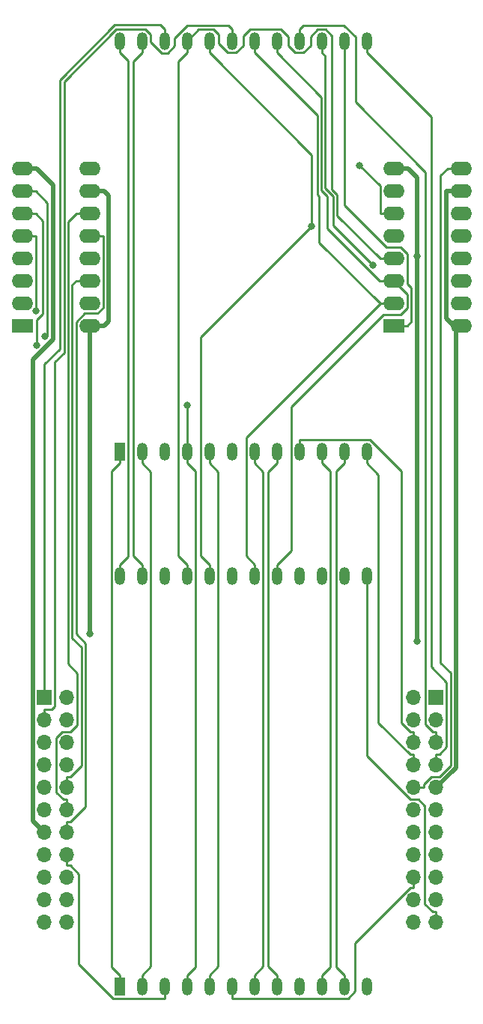
<source format=gbr>
%TF.GenerationSoftware,KiCad,Pcbnew,7.0.1*%
%TF.CreationDate,2023-03-17T17:08:37-04:00*%
%TF.ProjectId,ticker,7469636b-6572-42e6-9b69-6361645f7063,rev?*%
%TF.SameCoordinates,Original*%
%TF.FileFunction,Copper,L1,Top*%
%TF.FilePolarity,Positive*%
%FSLAX46Y46*%
G04 Gerber Fmt 4.6, Leading zero omitted, Abs format (unit mm)*
G04 Created by KiCad (PCBNEW 7.0.1) date 2023-03-17 17:08:37*
%MOMM*%
%LPD*%
G01*
G04 APERTURE LIST*
%TA.AperFunction,ComponentPad*%
%ADD10O,1.700000X1.700000*%
%TD*%
%TA.AperFunction,ComponentPad*%
%ADD11R,1.700000X1.700000*%
%TD*%
%TA.AperFunction,ComponentPad*%
%ADD12R,1.200000X2.000000*%
%TD*%
%TA.AperFunction,ComponentPad*%
%ADD13O,1.200000X2.000000*%
%TD*%
%TA.AperFunction,ComponentPad*%
%ADD14O,2.400000X1.600000*%
%TD*%
%TA.AperFunction,ComponentPad*%
%ADD15R,2.400000X1.600000*%
%TD*%
%TA.AperFunction,ViaPad*%
%ADD16C,0.800000*%
%TD*%
%TA.AperFunction,Conductor*%
%ADD17C,0.500000*%
%TD*%
%TA.AperFunction,Conductor*%
%ADD18C,0.250000*%
%TD*%
G04 APERTURE END LIST*
D10*
%TO.P,J2,22,Pin_22*%
%TO.N,Net-(J1-Pin_22)*%
X169260000Y-145400000D03*
%TO.P,J2,21,Pin_21*%
%TO.N,Net-(J1-Pin_21)*%
X171800000Y-145400000D03*
%TO.P,J2,20,Pin_20*%
%TO.N,Net-(J1-Pin_20)*%
X169260000Y-142860000D03*
%TO.P,J2,19,Pin_19*%
%TO.N,Net-(J1-Pin_19)*%
X171800000Y-142860000D03*
%TO.P,J2,18,Pin_18*%
%TO.N,Net-(J1-Pin_18)*%
X169260000Y-140320000D03*
%TO.P,J2,17,Pin_17*%
%TO.N,Net-(J1-Pin_17)*%
X171800000Y-140320000D03*
%TO.P,J2,16,Pin_16*%
%TO.N,Net-(J1-Pin_16)*%
X169260000Y-137780000D03*
%TO.P,J2,15,Pin_15*%
%TO.N,Net-(J1-Pin_15)*%
X171800000Y-137780000D03*
%TO.P,J2,14,Pin_14*%
%TO.N,Net-(J1-Pin_14)*%
X169260000Y-135240000D03*
%TO.P,J2,13,Pin_13*%
%TO.N,GND*%
X171800000Y-135240000D03*
%TO.P,J2,12,Pin_12*%
%TO.N,Net-(J1-Pin_12)*%
X169260000Y-132700000D03*
%TO.P,J2,11,Pin_11*%
%TO.N,unconnected-(J2-Pin_11-Pad11)*%
X171800000Y-132700000D03*
%TO.P,J2,10,Pin_10*%
%TO.N,Net-(J2-Pin_10)*%
X169260000Y-130160000D03*
%TO.P,J2,9,Pin_9*%
%TO.N,+3V3*%
X171800000Y-130160000D03*
%TO.P,J2,8,Pin_8*%
%TO.N,Net-(J1-Pin_8)*%
X169260000Y-127620000D03*
%TO.P,J2,7,Pin_7*%
%TO.N,Net-(J1-Pin_7)*%
X171800000Y-127620000D03*
%TO.P,J2,6,Pin_6*%
%TO.N,Net-(J1-Pin_6)*%
X169260000Y-125080000D03*
%TO.P,J2,5,Pin_5*%
%TO.N,Net-(J1-Pin_5)*%
X171800000Y-125080000D03*
%TO.P,J2,4,Pin_4*%
%TO.N,Net-(J1-Pin_4)*%
X169260000Y-122540000D03*
%TO.P,J2,3,Pin_3*%
%TO.N,Net-(J1-Pin_3)*%
X171800000Y-122540000D03*
%TO.P,J2,2,Pin_2*%
%TO.N,Net-(J1-Pin_2)*%
X169260000Y-120000000D03*
D11*
%TO.P,J2,1,Pin_1*%
%TO.N,Net-(J1-Pin_1)*%
X171800000Y-120000000D03*
%TD*%
%TO.P,J1,1,Pin_1*%
%TO.N,Net-(J1-Pin_1)*%
X127525000Y-120000000D03*
D10*
%TO.P,J1,2,Pin_2*%
%TO.N,Net-(J1-Pin_2)*%
X130065000Y-120000000D03*
%TO.P,J1,3,Pin_3*%
%TO.N,Net-(J1-Pin_3)*%
X127525000Y-122540000D03*
%TO.P,J1,4,Pin_4*%
%TO.N,Net-(J1-Pin_4)*%
X130065000Y-122540000D03*
%TO.P,J1,5,Pin_5*%
%TO.N,Net-(J1-Pin_5)*%
X127525000Y-125080000D03*
%TO.P,J1,6,Pin_6*%
%TO.N,Net-(J1-Pin_6)*%
X130065000Y-125080000D03*
%TO.P,J1,7,Pin_7*%
%TO.N,Net-(J1-Pin_7)*%
X127525000Y-127620000D03*
%TO.P,J1,8,Pin_8*%
%TO.N,Net-(J1-Pin_8)*%
X130065000Y-127620000D03*
%TO.P,J1,9,Pin_9*%
%TO.N,+3V3*%
X127525000Y-130160000D03*
%TO.P,J1,10,Pin_10*%
%TO.N,Net-(J1-Pin_10)*%
X130065000Y-130160000D03*
%TO.P,J1,11,Pin_11*%
%TO.N,unconnected-(J1-Pin_11-Pad11)*%
X127525000Y-132700000D03*
%TO.P,J1,12,Pin_12*%
%TO.N,Net-(J1-Pin_12)*%
X130065000Y-132700000D03*
%TO.P,J1,13,Pin_13*%
%TO.N,GND*%
X127525000Y-135240000D03*
%TO.P,J1,14,Pin_14*%
%TO.N,Net-(J1-Pin_14)*%
X130065000Y-135240000D03*
%TO.P,J1,15,Pin_15*%
%TO.N,Net-(J1-Pin_15)*%
X127525000Y-137780000D03*
%TO.P,J1,16,Pin_16*%
%TO.N,Net-(J1-Pin_16)*%
X130065000Y-137780000D03*
%TO.P,J1,17,Pin_17*%
%TO.N,Net-(J1-Pin_17)*%
X127525000Y-140320000D03*
%TO.P,J1,18,Pin_18*%
%TO.N,Net-(J1-Pin_18)*%
X130065000Y-140320000D03*
%TO.P,J1,19,Pin_19*%
%TO.N,Net-(J1-Pin_19)*%
X127525000Y-142860000D03*
%TO.P,J1,20,Pin_20*%
%TO.N,Net-(J1-Pin_20)*%
X130065000Y-142860000D03*
%TO.P,J1,21,Pin_21*%
%TO.N,Net-(J1-Pin_21)*%
X127525000Y-145400000D03*
%TO.P,J1,22,Pin_22*%
%TO.N,Net-(J1-Pin_22)*%
X130065000Y-145400000D03*
%TD*%
D12*
%TO.P,LED1,1*%
%TO.N,Net-(U1-QG)*%
X136030000Y-92200000D03*
D13*
%TO.P,LED1,2*%
%TO.N,Net-(U1-QH)*%
X138570000Y-92200000D03*
%TO.P,LED1,3*%
%TO.N,Net-(J1-Pin_2)*%
X141110000Y-92200000D03*
%TO.P,LED1,4*%
%TO.N,Net-(U1-QE)*%
X143650000Y-92200000D03*
%TO.P,LED1,5*%
%TO.N,Net-(U1-QF)*%
X146190000Y-92200000D03*
%TO.P,LED1,6*%
%TO.N,Net-(J1-Pin_4)*%
X148730000Y-92200000D03*
%TO.P,LED1,7*%
%TO.N,Net-(U1-QC)*%
X151270000Y-92200000D03*
%TO.P,LED1,8*%
%TO.N,Net-(U1-QD)*%
X153810000Y-92200000D03*
%TO.P,LED1,9*%
%TO.N,Net-(J1-Pin_6)*%
X156350000Y-92200000D03*
%TO.P,LED1,10*%
%TO.N,Net-(U1-QA)*%
X158890000Y-92200000D03*
%TO.P,LED1,11*%
%TO.N,Net-(U1-QB)*%
X161430000Y-92200000D03*
%TO.P,LED1,12*%
%TO.N,Net-(J1-Pin_8)*%
X163970000Y-92200000D03*
%TO.P,LED1,13*%
%TO.N,Net-(J1-Pin_7)*%
X163970000Y-45800000D03*
%TO.P,LED1,14*%
%TO.N,Net-(U2-QB)*%
X161430000Y-45800000D03*
%TO.P,LED1,15*%
%TO.N,Net-(U2-QA)*%
X158890000Y-45800000D03*
%TO.P,LED1,16*%
%TO.N,Net-(J1-Pin_5)*%
X156350000Y-45800000D03*
%TO.P,LED1,17*%
%TO.N,Net-(U2-QD)*%
X153810000Y-45800000D03*
%TO.P,LED1,18*%
%TO.N,Net-(U2-QC)*%
X151270000Y-45800000D03*
%TO.P,LED1,19*%
%TO.N,Net-(J1-Pin_3)*%
X148730000Y-45800000D03*
%TO.P,LED1,20*%
%TO.N,Net-(U2-QF)*%
X146190000Y-45800000D03*
%TO.P,LED1,21*%
%TO.N,Net-(U2-QE)*%
X143650000Y-45800000D03*
%TO.P,LED1,22*%
%TO.N,Net-(J1-Pin_1)*%
X141110000Y-45800000D03*
%TO.P,LED1,23*%
%TO.N,Net-(U2-QH)*%
X138570000Y-45800000D03*
%TO.P,LED1,24*%
%TO.N,Net-(U2-QG)*%
X136030000Y-45800000D03*
%TD*%
D12*
%TO.P,LED2,1*%
%TO.N,Net-(U1-QG)*%
X136030000Y-152700000D03*
D13*
%TO.P,LED2,2*%
%TO.N,Net-(U1-QH)*%
X138570000Y-152700000D03*
%TO.P,LED2,3*%
%TO.N,Net-(J1-Pin_16)*%
X141110000Y-152700000D03*
%TO.P,LED2,4*%
%TO.N,Net-(U1-QE)*%
X143650000Y-152700000D03*
%TO.P,LED2,5*%
%TO.N,Net-(U1-QF)*%
X146190000Y-152700000D03*
%TO.P,LED2,6*%
%TO.N,Net-(J1-Pin_18)*%
X148730000Y-152700000D03*
%TO.P,LED2,7*%
%TO.N,Net-(U1-QC)*%
X151270000Y-152700000D03*
%TO.P,LED2,8*%
%TO.N,Net-(U1-QD)*%
X153810000Y-152700000D03*
%TO.P,LED2,9*%
%TO.N,Net-(J1-Pin_20)*%
X156350000Y-152700000D03*
%TO.P,LED2,10*%
%TO.N,Net-(U1-QA)*%
X158890000Y-152700000D03*
%TO.P,LED2,11*%
%TO.N,Net-(U1-QB)*%
X161430000Y-152700000D03*
%TO.P,LED2,12*%
%TO.N,Net-(J1-Pin_22)*%
X163970000Y-152700000D03*
%TO.P,LED2,13*%
%TO.N,Net-(J1-Pin_21)*%
X163970000Y-106300000D03*
%TO.P,LED2,14*%
%TO.N,Net-(U2-QB)*%
X161430000Y-106300000D03*
%TO.P,LED2,15*%
%TO.N,Net-(U2-QA)*%
X158890000Y-106300000D03*
%TO.P,LED2,16*%
%TO.N,Net-(J1-Pin_19)*%
X156350000Y-106300000D03*
%TO.P,LED2,17*%
%TO.N,Net-(U2-QD)*%
X153810000Y-106300000D03*
%TO.P,LED2,18*%
%TO.N,Net-(U2-QC)*%
X151270000Y-106300000D03*
%TO.P,LED2,19*%
%TO.N,Net-(J1-Pin_17)*%
X148730000Y-106300000D03*
%TO.P,LED2,20*%
%TO.N,Net-(U2-QF)*%
X146190000Y-106300000D03*
%TO.P,LED2,21*%
%TO.N,Net-(U2-QE)*%
X143650000Y-106300000D03*
%TO.P,LED2,22*%
%TO.N,Net-(J1-Pin_15)*%
X141110000Y-106300000D03*
%TO.P,LED2,23*%
%TO.N,Net-(U2-QH)*%
X138570000Y-106300000D03*
%TO.P,LED2,24*%
%TO.N,Net-(U2-QG)*%
X136030000Y-106300000D03*
%TD*%
D14*
%TO.P,U1,16,VCC*%
%TO.N,+3V3*%
X132620000Y-78000000D03*
%TO.P,U1,15,QA*%
%TO.N,Net-(U1-QA)*%
X132620000Y-75460000D03*
%TO.P,U1,14,SER*%
%TO.N,Net-(J1-Pin_10)*%
X132620000Y-72920000D03*
%TO.P,U1,13,~{OE}*%
%TO.N,GND*%
X132620000Y-70380000D03*
%TO.P,U1,12,RCLK*%
%TO.N,Net-(J1-Pin_14)*%
X132620000Y-67840000D03*
%TO.P,U1,11,SRCLK*%
%TO.N,Net-(J1-Pin_12)*%
X132620000Y-65300000D03*
%TO.P,U1,10,~{SRCLR}*%
%TO.N,+3V3*%
X132620000Y-62760000D03*
%TO.P,U1,9,QH'*%
%TO.N,Net-(U1-QH')*%
X132620000Y-60220000D03*
%TO.P,U1,8,GND*%
%TO.N,GND*%
X125000000Y-60220000D03*
%TO.P,U1,7,QH*%
%TO.N,Net-(U1-QH)*%
X125000000Y-62760000D03*
%TO.P,U1,6,QG*%
%TO.N,Net-(U1-QG)*%
X125000000Y-65300000D03*
%TO.P,U1,5,QF*%
%TO.N,Net-(U1-QF)*%
X125000000Y-67840000D03*
%TO.P,U1,4,QE*%
%TO.N,Net-(U1-QE)*%
X125000000Y-70380000D03*
%TO.P,U1,3,QD*%
%TO.N,Net-(U1-QD)*%
X125000000Y-72920000D03*
%TO.P,U1,2,QC*%
%TO.N,Net-(U1-QC)*%
X125000000Y-75460000D03*
D15*
%TO.P,U1,1,QB*%
%TO.N,Net-(U1-QB)*%
X125000000Y-78000000D03*
%TD*%
D14*
%TO.P,U2,16,VCC*%
%TO.N,+3V3*%
X174620000Y-78000000D03*
%TO.P,U2,15,QA*%
%TO.N,Net-(U2-QA)*%
X174620000Y-75460000D03*
%TO.P,U2,14,SER*%
%TO.N,Net-(U1-QH')*%
X174620000Y-72920000D03*
%TO.P,U2,13,~{OE}*%
%TO.N,GND*%
X174620000Y-70380000D03*
%TO.P,U2,12,RCLK*%
%TO.N,Net-(J1-Pin_14)*%
X174620000Y-67840000D03*
%TO.P,U2,11,SRCLK*%
%TO.N,Net-(J1-Pin_12)*%
X174620000Y-65300000D03*
%TO.P,U2,10,~{SRCLR}*%
%TO.N,+3V3*%
X174620000Y-62760000D03*
%TO.P,U2,9,QH'*%
%TO.N,Net-(J2-Pin_10)*%
X174620000Y-60220000D03*
%TO.P,U2,8,GND*%
%TO.N,GND*%
X167000000Y-60220000D03*
%TO.P,U2,7,QH*%
%TO.N,Net-(U2-QH)*%
X167000000Y-62760000D03*
%TO.P,U2,6,QG*%
%TO.N,Net-(U2-QG)*%
X167000000Y-65300000D03*
%TO.P,U2,5,QF*%
%TO.N,Net-(U2-QF)*%
X167000000Y-67840000D03*
%TO.P,U2,4,QE*%
%TO.N,Net-(U2-QE)*%
X167000000Y-70380000D03*
%TO.P,U2,3,QD*%
%TO.N,Net-(U2-QD)*%
X167000000Y-72920000D03*
%TO.P,U2,2,QC*%
%TO.N,Net-(U2-QC)*%
X167000000Y-75460000D03*
D15*
%TO.P,U2,1,QB*%
%TO.N,Net-(U2-QB)*%
X167000000Y-78000000D03*
%TD*%
D16*
%TO.N,GND*%
X169638300Y-70147900D03*
X169638300Y-113653400D03*
%TO.N,+3V3*%
X132620000Y-112819400D03*
%TO.N,Net-(U2-QG)*%
X163167000Y-59839000D03*
%TO.N,Net-(U2-QF)*%
X157740000Y-66727100D03*
%TO.N,Net-(U2-QA)*%
X164628900Y-71105500D03*
%TO.N,Net-(U1-QF)*%
X126597400Y-76312900D03*
%TO.N,Net-(U1-QE)*%
X143650000Y-86967100D03*
%TO.N,Net-(U1-QH)*%
X127613000Y-79205900D03*
%TO.N,Net-(U1-QG)*%
X126640300Y-80171000D03*
%TD*%
D17*
%TO.N,GND*%
X167000000Y-60220000D02*
X168650100Y-60220000D01*
X125000000Y-60220000D02*
X126650100Y-60220000D01*
X128495900Y-62065800D02*
X126650100Y-60220000D01*
X128495900Y-79527500D02*
X128495900Y-62065800D01*
X126218600Y-81804800D02*
X128495900Y-79527500D01*
X126218600Y-133933600D02*
X126218600Y-81804800D01*
X127525000Y-135240000D02*
X126218600Y-133933600D01*
X169638300Y-61208200D02*
X169638300Y-70147900D01*
X168650100Y-60220000D02*
X169638300Y-61208200D01*
X169638300Y-70147900D02*
X169638300Y-113653400D01*
%TO.N,+3V3*%
X174620000Y-78000000D02*
X173795000Y-78000000D01*
X174620000Y-62760000D02*
X172969900Y-62760000D01*
X174019700Y-78224700D02*
X173795000Y-78000000D01*
X174019700Y-127940300D02*
X174019700Y-78224700D01*
X171800000Y-130160000D02*
X174019700Y-127940300D01*
X172969900Y-77174900D02*
X173795000Y-78000000D01*
X172969900Y-62760000D02*
X172969900Y-77174900D01*
X132620000Y-78000000D02*
X132620000Y-112819400D01*
X134754700Y-77515400D02*
X134270100Y-78000000D01*
X134754700Y-63244600D02*
X134754700Y-77515400D01*
X134270100Y-62760000D02*
X134754700Y-63244600D01*
X132620000Y-62760000D02*
X134270100Y-62760000D01*
X132620000Y-78000000D02*
X134270100Y-78000000D01*
D18*
%TO.N,Net-(J2-Pin_10)*%
X169260000Y-130160000D02*
X170435100Y-130160000D01*
X174620000Y-60220000D02*
X173094900Y-60220000D01*
X172317800Y-60997100D02*
X173094900Y-60220000D01*
X172317800Y-116058600D02*
X172317800Y-60997100D01*
X173444600Y-117185400D02*
X172317800Y-116058600D01*
X173444600Y-127701900D02*
X173444600Y-117185400D01*
X172161600Y-128984900D02*
X173444600Y-127701900D01*
X171242900Y-128984900D02*
X172161600Y-128984900D01*
X170435100Y-129792700D02*
X171242900Y-128984900D01*
X170435100Y-130160000D02*
X170435100Y-129792700D01*
%TO.N,Net-(J1-Pin_7)*%
X163970000Y-45800000D02*
X163970000Y-47125100D01*
X171800000Y-127620000D02*
X171800000Y-126444900D01*
X171235800Y-54390900D02*
X163970000Y-47125100D01*
X171235800Y-116508300D02*
X171235800Y-54390900D01*
X172994400Y-118266900D02*
X171235800Y-116508300D01*
X172994400Y-125615700D02*
X172994400Y-118266900D01*
X172165200Y-126444900D02*
X172994400Y-125615700D01*
X171800000Y-126444900D02*
X172165200Y-126444900D01*
%TO.N,Net-(J1-Pin_6)*%
X168894700Y-123904900D02*
X169260000Y-123904900D01*
X167895200Y-122905400D02*
X168894700Y-123904900D01*
X167895200Y-94413000D02*
X167895200Y-122905400D01*
X164357100Y-90874900D02*
X167895200Y-94413000D01*
X156350000Y-90874900D02*
X164357100Y-90874900D01*
X156350000Y-92200000D02*
X156350000Y-90874900D01*
X169260000Y-125080000D02*
X169260000Y-123904900D01*
%TO.N,Net-(J1-Pin_5)*%
X156350000Y-45800000D02*
X156350000Y-44474900D01*
X171800000Y-125080000D02*
X171800000Y-123904900D01*
X156800100Y-44024800D02*
X156350000Y-44474900D01*
X161373500Y-44024800D02*
X156800100Y-44024800D01*
X162700000Y-45351300D02*
X161373500Y-44024800D01*
X162700000Y-52722000D02*
X162700000Y-45351300D01*
X170596700Y-60618700D02*
X162700000Y-52722000D01*
X170596700Y-123028500D02*
X170596700Y-60618700D01*
X171473100Y-123904900D02*
X170596700Y-123028500D01*
X171800000Y-123904900D02*
X171473100Y-123904900D01*
%TO.N,Net-(U2-QG)*%
X136955100Y-104049800D02*
X136030000Y-104974900D01*
X136955100Y-48050200D02*
X136955100Y-104049800D01*
X136030000Y-47125100D02*
X136955100Y-48050200D01*
X136030000Y-45800000D02*
X136030000Y-47125100D01*
X136030000Y-106300000D02*
X136030000Y-104974900D01*
X165474900Y-62146900D02*
X163167000Y-59839000D01*
X165474900Y-65300000D02*
X165474900Y-62146900D01*
X167000000Y-65300000D02*
X165474900Y-65300000D01*
%TO.N,Net-(U2-QH)*%
X138570000Y-106300000D02*
X138570000Y-104974900D01*
X138570000Y-45800000D02*
X138570000Y-47125100D01*
X137610900Y-104015800D02*
X138570000Y-104974900D01*
X137610900Y-48084200D02*
X137610900Y-104015800D01*
X138570000Y-47125100D02*
X137610900Y-48084200D01*
%TO.N,Net-(U2-QE)*%
X167000000Y-70380000D02*
X165474900Y-70380000D01*
X142677700Y-104002600D02*
X143650000Y-104974900D01*
X142677700Y-48097400D02*
X142677700Y-104002600D01*
X143650000Y-47125100D02*
X142677700Y-48097400D01*
X143650000Y-45800000D02*
X143650000Y-47125100D01*
X143650000Y-106300000D02*
X143650000Y-104974900D01*
X144975100Y-44474900D02*
X143650000Y-45800000D01*
X146603500Y-44474900D02*
X144975100Y-44474900D01*
X147202600Y-45074000D02*
X146603500Y-44474900D01*
X147202600Y-46072600D02*
X147202600Y-45074000D01*
X148255200Y-47125200D02*
X147202600Y-46072600D01*
X149188400Y-47125200D02*
X148255200Y-47125200D01*
X150000000Y-46313600D02*
X149188400Y-47125200D01*
X150000000Y-45270000D02*
X150000000Y-46313600D01*
X150795200Y-44474800D02*
X150000000Y-45270000D01*
X154268400Y-44474800D02*
X150795200Y-44474800D01*
X155080000Y-45286400D02*
X154268400Y-44474800D01*
X155080000Y-46330000D02*
X155080000Y-45286400D01*
X155875200Y-47125200D02*
X155080000Y-46330000D01*
X156815600Y-47125200D02*
X155875200Y-47125200D01*
X157620000Y-46320800D02*
X156815600Y-47125200D01*
X157620000Y-45286500D02*
X157620000Y-46320800D01*
X158431600Y-44474900D02*
X157620000Y-45286500D01*
X159298600Y-44474900D02*
X158431600Y-44474900D01*
X160014700Y-45191000D02*
X159298600Y-44474900D01*
X160014700Y-62565400D02*
X160014700Y-45191000D01*
X160623600Y-63174300D02*
X160014700Y-62565400D01*
X160623600Y-65528700D02*
X160623600Y-63174300D01*
X165474900Y-70380000D02*
X160623600Y-65528700D01*
%TO.N,Net-(U2-QF)*%
X146190000Y-45800000D02*
X146190000Y-47125100D01*
X145211600Y-79255500D02*
X157740000Y-66727100D01*
X145211600Y-103996500D02*
X145211600Y-79255500D01*
X146190000Y-104974900D02*
X145211600Y-103996500D01*
X146190000Y-106300000D02*
X146190000Y-104974900D01*
X157740000Y-58675100D02*
X157740000Y-66727100D01*
X146190000Y-47125100D02*
X157740000Y-58675100D01*
%TO.N,Net-(U2-QC)*%
X167000000Y-75460000D02*
X165474900Y-75460000D01*
X151270000Y-45800000D02*
X151270000Y-47125100D01*
X158372900Y-54228000D02*
X151270000Y-47125100D01*
X158372900Y-63151600D02*
X158372900Y-54228000D01*
X158598100Y-63376800D02*
X158372900Y-63151600D01*
X158598100Y-68583200D02*
X158598100Y-63376800D01*
X165474900Y-75460000D02*
X158598100Y-68583200D01*
X151270000Y-106300000D02*
X151270000Y-104974900D01*
X150317500Y-90617400D02*
X165474900Y-75460000D01*
X150317500Y-104022400D02*
X150317500Y-90617400D01*
X151270000Y-104974900D02*
X150317500Y-104022400D01*
%TO.N,Net-(U2-QD)*%
X153810000Y-45800000D02*
X153810000Y-47125100D01*
X153810000Y-106300000D02*
X153810000Y-104974900D01*
X158823100Y-52138200D02*
X153810000Y-47125100D01*
X158823100Y-62647100D02*
X158823100Y-52138200D01*
X159498400Y-63322400D02*
X158823100Y-62647100D01*
X159498400Y-67000700D02*
X159498400Y-63322400D01*
X165417700Y-72920000D02*
X159498400Y-67000700D01*
X167000000Y-72920000D02*
X165417700Y-72920000D01*
X155424800Y-103360100D02*
X153810000Y-104974900D01*
X155424800Y-87114000D02*
X155424800Y-103360100D01*
X165808800Y-76730000D02*
X155424800Y-87114000D01*
X167787200Y-76730000D02*
X165808800Y-76730000D01*
X168559900Y-75957300D02*
X167787200Y-76730000D01*
X168559900Y-74479900D02*
X168559900Y-75957300D01*
X167000000Y-72920000D02*
X168559900Y-74479900D01*
%TO.N,Net-(U2-QA)*%
X158890000Y-45800000D02*
X158890000Y-47125100D01*
X159273300Y-47508400D02*
X158890000Y-47125100D01*
X159273300Y-62460600D02*
X159273300Y-47508400D01*
X160173500Y-63360800D02*
X159273300Y-62460600D01*
X160173500Y-66650100D02*
X160173500Y-63360800D01*
X164628900Y-71105500D02*
X160173500Y-66650100D01*
%TO.N,Net-(U2-QB)*%
X161430000Y-64350500D02*
X161430000Y-45800000D01*
X166189500Y-69110000D02*
X161430000Y-64350500D01*
X167763600Y-69110000D02*
X166189500Y-69110000D01*
X168559900Y-69906300D02*
X167763600Y-69110000D01*
X168559900Y-73254500D02*
X168559900Y-69906300D01*
X169010000Y-73704600D02*
X168559900Y-73254500D01*
X169010000Y-77515100D02*
X169010000Y-73704600D01*
X168525100Y-78000000D02*
X169010000Y-77515100D01*
X167000000Y-78000000D02*
X168525100Y-78000000D01*
%TO.N,Net-(U1-QB)*%
X160494900Y-150439800D02*
X161430000Y-151374900D01*
X160494900Y-94460200D02*
X160494900Y-150439800D01*
X161430000Y-93525100D02*
X160494900Y-94460200D01*
X161430000Y-92200000D02*
X161430000Y-93525100D01*
X161430000Y-152700000D02*
X161430000Y-151374900D01*
%TO.N,Net-(U1-QA)*%
X159828100Y-150436800D02*
X158890000Y-151374900D01*
X159828100Y-94463200D02*
X159828100Y-150436800D01*
X158890000Y-93525100D02*
X159828100Y-94463200D01*
X158890000Y-92200000D02*
X158890000Y-93525100D01*
X158890000Y-152700000D02*
X158890000Y-151374900D01*
%TO.N,Net-(U1-QD)*%
X152834600Y-150399500D02*
X153810000Y-151374900D01*
X152834600Y-94500500D02*
X152834600Y-150399500D01*
X153810000Y-93525100D02*
X152834600Y-94500500D01*
X153810000Y-92200000D02*
X153810000Y-93525100D01*
X153810000Y-152700000D02*
X153810000Y-151374900D01*
%TO.N,Net-(U1-QC)*%
X151270000Y-92200000D02*
X151270000Y-93525100D01*
X151270000Y-152700000D02*
X151270000Y-151374900D01*
X152245000Y-150399900D02*
X151270000Y-151374900D01*
X152245000Y-94500100D02*
X152245000Y-150399900D01*
X151270000Y-93525100D02*
X152245000Y-94500100D01*
%TO.N,Net-(U1-QF)*%
X147148700Y-150416200D02*
X146190000Y-151374900D01*
X147148700Y-94483800D02*
X147148700Y-150416200D01*
X146190000Y-93525100D02*
X147148700Y-94483800D01*
X146190000Y-92200000D02*
X146190000Y-93525100D01*
X146190000Y-152700000D02*
X146190000Y-151374900D01*
X125000000Y-67840000D02*
X126525100Y-67840000D01*
X126525100Y-76240600D02*
X126597400Y-76312900D01*
X126525100Y-67840000D02*
X126525100Y-76240600D01*
%TO.N,Net-(U1-QE)*%
X144577700Y-94452800D02*
X143650000Y-93525100D01*
X144577700Y-150447200D02*
X144577700Y-94452800D01*
X143650000Y-151374900D02*
X144577700Y-150447200D01*
X143650000Y-152700000D02*
X143650000Y-151374900D01*
X143650000Y-92200000D02*
X143650000Y-93525100D01*
X143650000Y-92200000D02*
X143650000Y-86967100D01*
%TO.N,Net-(U1-QH)*%
X139522400Y-150422500D02*
X138570000Y-151374900D01*
X139522400Y-94477500D02*
X139522400Y-150422500D01*
X138570000Y-93525100D02*
X139522400Y-94477500D01*
X138570000Y-92200000D02*
X138570000Y-93525100D01*
X138570000Y-152700000D02*
X138570000Y-151374900D01*
X125000000Y-62760000D02*
X126525100Y-62760000D01*
X127843800Y-78975100D02*
X127613000Y-79205900D01*
X127843800Y-64078700D02*
X127843800Y-78975100D01*
X126525100Y-62760000D02*
X127843800Y-64078700D01*
%TO.N,Net-(U1-QG)*%
X125000000Y-65300000D02*
X126525100Y-65300000D01*
X135104900Y-150449800D02*
X136030000Y-151374900D01*
X135104900Y-94450200D02*
X135104900Y-150449800D01*
X136030000Y-93525100D02*
X135104900Y-94450200D01*
X136030000Y-92200000D02*
X136030000Y-93525100D01*
X136030000Y-152700000D02*
X136030000Y-151374900D01*
X127366900Y-66141800D02*
X126525100Y-65300000D01*
X127366900Y-76624100D02*
X127366900Y-66141800D01*
X126640300Y-77350700D02*
X127366900Y-76624100D01*
X126640300Y-80171000D02*
X126640300Y-77350700D01*
%TO.N,Net-(J1-Pin_21)*%
X171434700Y-144224900D02*
X171800000Y-144224900D01*
X170530000Y-143320200D02*
X171434700Y-144224900D01*
X170530000Y-132241500D02*
X170530000Y-143320200D01*
X169813300Y-131524800D02*
X170530000Y-132241500D01*
X168891700Y-131524800D02*
X169813300Y-131524800D01*
X163970000Y-126603100D02*
X168891700Y-131524800D01*
X163970000Y-106300000D02*
X163970000Y-126603100D01*
X171800000Y-145400000D02*
X171800000Y-144224900D01*
%TO.N,Net-(J1-Pin_18)*%
X168894700Y-141495100D02*
X169260000Y-141495100D01*
X162667600Y-147722200D02*
X168894700Y-141495100D01*
X162667600Y-153186100D02*
X162667600Y-147722200D01*
X161828600Y-154025100D02*
X162667600Y-153186100D01*
X148730000Y-154025100D02*
X161828600Y-154025100D01*
X148730000Y-152700000D02*
X148730000Y-154025100D01*
X169260000Y-140320000D02*
X169260000Y-141495100D01*
%TO.N,Net-(J1-Pin_16)*%
X130430200Y-138955100D02*
X130065000Y-138955100D01*
X131429800Y-139954700D02*
X130430200Y-138955100D01*
X131429800Y-150159600D02*
X131429800Y-139954700D01*
X135295300Y-154025100D02*
X131429800Y-150159600D01*
X141110000Y-154025100D02*
X135295300Y-154025100D01*
X141110000Y-152700000D02*
X141110000Y-154025100D01*
X130065000Y-137780000D02*
X130065000Y-138955100D01*
%TO.N,Net-(J1-Pin_14)*%
X130430200Y-134064900D02*
X130065000Y-134064900D01*
X132175900Y-132319200D02*
X130430200Y-134064900D01*
X132175900Y-113874000D02*
X132175900Y-132319200D01*
X131094900Y-112793000D02*
X132175900Y-113874000D01*
X131094900Y-77533800D02*
X131094900Y-112793000D01*
X132043500Y-76585200D02*
X131094900Y-77533800D01*
X133511300Y-76585200D02*
X132043500Y-76585200D01*
X134145100Y-75951400D02*
X133511300Y-76585200D01*
X134145100Y-67840000D02*
X134145100Y-75951400D01*
X132620000Y-67840000D02*
X134145100Y-67840000D01*
X130065000Y-135240000D02*
X130065000Y-134064900D01*
%TO.N,Net-(J1-Pin_12)*%
X132620000Y-65300000D02*
X131094900Y-65300000D01*
X130065000Y-132700000D02*
X130065000Y-131524900D01*
X129699700Y-131524900D02*
X130065000Y-131524900D01*
X128885000Y-130710200D02*
X129699700Y-131524900D01*
X128885000Y-124534800D02*
X128885000Y-130710200D01*
X129515000Y-123904800D02*
X128885000Y-124534800D01*
X130440800Y-123904800D02*
X129515000Y-123904800D01*
X131240200Y-123105400D02*
X130440800Y-123904800D01*
X131240200Y-117249200D02*
X131240200Y-123105400D01*
X130194700Y-116203700D02*
X131240200Y-117249200D01*
X130194700Y-66200200D02*
X130194700Y-116203700D01*
X131094900Y-65300000D02*
X130194700Y-66200200D01*
%TO.N,Net-(J1-Pin_10)*%
X132620000Y-72920000D02*
X131094900Y-72920000D01*
X130065000Y-130160000D02*
X130065000Y-128984900D01*
X130430200Y-128984900D02*
X130065000Y-128984900D01*
X131704300Y-127710800D02*
X130430200Y-128984900D01*
X131704300Y-114357100D02*
X131704300Y-127710800D01*
X130644800Y-113297600D02*
X131704300Y-114357100D01*
X130644800Y-73370100D02*
X130644800Y-113297600D01*
X131094900Y-72920000D02*
X130644800Y-73370100D01*
%TO.N,Net-(J1-Pin_8)*%
X168894700Y-126444900D02*
X169260000Y-126444900D01*
X165295100Y-122845300D02*
X168894700Y-126444900D01*
X165295100Y-94850200D02*
X165295100Y-122845300D01*
X163970000Y-93525100D02*
X165295100Y-94850200D01*
X163970000Y-92200000D02*
X163970000Y-93525100D01*
X169260000Y-127620000D02*
X169260000Y-126444900D01*
%TO.N,Net-(J1-Pin_3)*%
X148730000Y-45800000D02*
X148730000Y-44474900D01*
X127525000Y-122540000D02*
X127525000Y-121364900D01*
X128356000Y-121364900D02*
X127525000Y-121364900D01*
X128708600Y-121012300D02*
X128356000Y-121364900D01*
X128708600Y-82096900D02*
X128708600Y-121012300D01*
X129744600Y-81060900D02*
X128708600Y-82096900D01*
X129744600Y-50359100D02*
X129744600Y-81060900D01*
X135628800Y-44474900D02*
X129744600Y-50359100D01*
X138962100Y-44474900D02*
X135628800Y-44474900D01*
X139542200Y-45055000D02*
X138962100Y-44474900D01*
X139542200Y-45940900D02*
X139542200Y-45055000D01*
X140768200Y-47166900D02*
X139542200Y-45940900D01*
X141453800Y-47166900D02*
X140768200Y-47166900D01*
X142247400Y-46373300D02*
X141453800Y-47166900D01*
X142247400Y-45483800D02*
X142247400Y-46373300D01*
X143706400Y-44024800D02*
X142247400Y-45483800D01*
X148279900Y-44024800D02*
X143706400Y-44024800D01*
X148730000Y-44474900D02*
X148279900Y-44024800D01*
%TO.N,Net-(J1-Pin_1)*%
X127525000Y-82325700D02*
X127525000Y-120000000D01*
X129237300Y-80613400D02*
X127525000Y-82325700D01*
X129237300Y-50229700D02*
X129237300Y-80613400D01*
X135473700Y-43993300D02*
X129237300Y-50229700D01*
X140628400Y-43993300D02*
X135473700Y-43993300D01*
X141110000Y-44474900D02*
X140628400Y-43993300D01*
X141110000Y-45800000D02*
X141110000Y-44474900D01*
%TD*%
M02*

</source>
